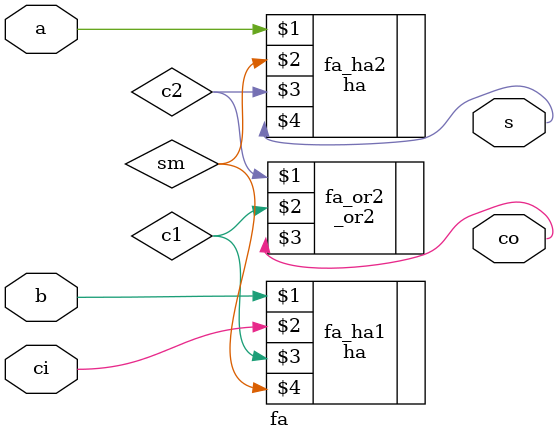
<source format=v>
module fa(a,b,ci,co,s);// full adder design
	input a,b,ci;
	output co,s;
	wire c1,c2,sm;
	
ha fa_ha1(b,ci,c1,sm);
ha fa_ha2(a,sm,c2,s);
_or2 fa_or2(c2,c1,co);
//calling modules from gates.v

endmodule

</source>
